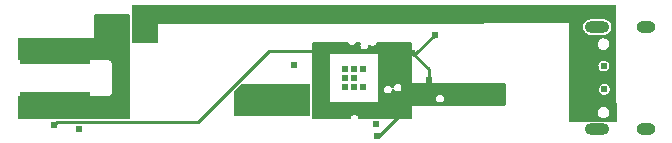
<source format=gbr>
%TF.GenerationSoftware,KiCad,Pcbnew,(6.0.7-1)-1*%
%TF.CreationDate,2022-09-06T17:11:03+08:00*%
%TF.ProjectId,ESP_PD210,4553505f-5044-4323-9130-2e6b69636164,rev?*%
%TF.SameCoordinates,Original*%
%TF.FileFunction,Copper,L3,Inr*%
%TF.FilePolarity,Positive*%
%FSLAX46Y46*%
G04 Gerber Fmt 4.6, Leading zero omitted, Abs format (unit mm)*
G04 Created by KiCad (PCBNEW (6.0.7-1)-1) date 2022-09-06 17:11:03*
%MOMM*%
%LPD*%
G01*
G04 APERTURE LIST*
G04 Aperture macros list*
%AMFreePoly0*
4,1,17,-3.000000,0.500000,-2.988336,0.607368,-2.938573,0.740112,-2.853553,0.853553,-2.740112,0.938573,-2.607368,0.988336,-2.500000,1.000000,2.500000,1.000000,2.607368,0.988336,2.740112,0.938573,2.853553,0.853553,2.938573,0.740112,2.988336,0.607368,3.000000,0.500000,3.000000,-1.000000,-3.000000,-1.000000,-3.000000,0.500000,-3.000000,0.500000,$1*%
G04 Aperture macros list end*
%TA.AperFunction,ComponentPad*%
%ADD10FreePoly0,180.000000*%
%TD*%
%TA.AperFunction,ComponentPad*%
%ADD11FreePoly0,0.000000*%
%TD*%
%TA.AperFunction,ComponentPad*%
%ADD12O,2.100000X1.000000*%
%TD*%
%TA.AperFunction,ComponentPad*%
%ADD13O,1.600000X1.000000*%
%TD*%
%TA.AperFunction,ViaPad*%
%ADD14C,0.604800*%
%TD*%
%TA.AperFunction,Conductor*%
%ADD15C,0.254000*%
%TD*%
G04 APERTURE END LIST*
D10*
%TO.N,/CART*%
%TO.C,J2*%
X136280000Y-101265000D03*
D11*
X136280000Y-96865000D03*
%TD*%
D12*
%TO.N,GND*%
%TO.C,J3*%
X182170800Y-103385000D03*
X182170800Y-94745000D03*
D13*
X186350800Y-103385000D03*
X186350800Y-94745000D03*
%TD*%
D14*
%TO.N,GND*%
X160828002Y-98303012D03*
X152489992Y-100419992D03*
X160828002Y-99065012D03*
X161590002Y-99065012D03*
X163460000Y-102970000D03*
X161590002Y-98303012D03*
X162352002Y-98303012D03*
X160828002Y-99827012D03*
X138270000Y-103380000D03*
X161590002Y-99827012D03*
X162352002Y-99827012D03*
X156510000Y-97970000D03*
%TO.N,+3V3*%
X163889995Y-96479995D03*
X163520000Y-103960000D03*
X158343732Y-99685798D03*
X158250001Y-96939989D03*
X173949995Y-100019993D03*
X165400000Y-102290000D03*
X136230004Y-102999997D03*
X167920000Y-99240000D03*
X173949995Y-100693220D03*
X166540002Y-96925511D03*
X168429991Y-95375000D03*
%TO.N,/CART*%
X138680012Y-97219999D03*
X135109991Y-97219999D03*
X137449992Y-97219999D03*
X133880000Y-101690000D03*
X141440000Y-100120000D03*
X133879996Y-96430008D03*
X137450000Y-101690000D03*
X141400000Y-99000000D03*
X140029997Y-95935013D03*
X138680012Y-96379995D03*
X135110000Y-100880000D03*
X142100000Y-100780000D03*
X133880000Y-100880000D03*
X138680000Y-100880000D03*
X141680006Y-95947000D03*
X141010000Y-101920000D03*
X141680006Y-94423000D03*
X137450000Y-100880000D03*
X137449992Y-96379995D03*
X140029997Y-94434990D03*
X141050000Y-101030000D03*
X139910007Y-96860004D03*
X140889990Y-96709992D03*
X141680006Y-95185000D03*
X133879996Y-97219999D03*
X141770000Y-101610000D03*
X135109991Y-96430008D03*
X138680000Y-101690001D03*
X135110000Y-101690000D03*
X140040000Y-101070000D03*
X139920000Y-101880000D03*
X142130000Y-99450000D03*
%TO.N,VCC*%
X143555999Y-94031994D03*
X148127999Y-94031994D03*
X155748000Y-94032000D03*
X173274000Y-93270000D03*
X170226000Y-93270000D03*
X158796000Y-94032000D03*
X180894000Y-94032000D03*
X175560000Y-93270000D03*
X161844000Y-94032000D03*
X167940000Y-94032000D03*
X144317999Y-93269994D03*
X170226000Y-94032000D03*
X170988000Y-93270000D03*
X158034000Y-93270000D03*
X167178000Y-94032000D03*
X148890000Y-93270000D03*
X154986000Y-94032000D03*
X150414000Y-94032000D03*
X165654000Y-94032000D03*
X167178000Y-93270000D03*
X182640000Y-99000000D03*
X161082000Y-94032000D03*
X168702000Y-93270000D03*
X174798000Y-93270000D03*
X143555999Y-93269994D03*
X168702000Y-94032000D03*
X169464000Y-93270000D03*
X169464000Y-94032000D03*
X145079999Y-93269994D03*
X182418000Y-93270000D03*
X152700000Y-94032000D03*
X177846000Y-93270000D03*
X152700000Y-93270000D03*
X154224000Y-93270000D03*
X149652000Y-93270000D03*
X153462000Y-94032000D03*
X166416000Y-93270000D03*
X158796000Y-93270000D03*
X174798000Y-94032000D03*
X161082000Y-93270000D03*
X160319999Y-94031994D03*
X165654000Y-93270000D03*
X176322000Y-93270000D03*
X175560000Y-94032000D03*
X159557999Y-94031994D03*
X153462000Y-93270000D03*
X176322000Y-94032000D03*
X171750000Y-94032000D03*
X183180000Y-93270000D03*
X164130000Y-93270000D03*
X179370000Y-94032000D03*
X151938000Y-93270000D03*
X156510000Y-94032000D03*
X159558000Y-93270000D03*
X177084000Y-93270000D03*
X180132000Y-93270000D03*
X170988000Y-94032000D03*
X178608000Y-94032000D03*
X145079999Y-94031994D03*
X144610000Y-94750000D03*
X167940000Y-93270000D03*
X173274000Y-94032000D03*
X179370000Y-93270000D03*
X154224000Y-94032000D03*
X161844000Y-93270000D03*
X149652000Y-94032000D03*
X148127999Y-93269994D03*
X146603999Y-93269994D03*
X148889999Y-94031994D03*
X180894000Y-93270000D03*
X164130000Y-94032000D03*
X160320000Y-93270000D03*
X154986000Y-93270000D03*
X151938000Y-94032000D03*
X181225000Y-101515000D03*
X171750000Y-93270000D03*
X162606000Y-94032000D03*
X172512000Y-93270000D03*
X166416000Y-94032000D03*
X177084000Y-94032000D03*
X158034000Y-94032000D03*
X163368000Y-94032000D03*
X144317999Y-94031994D03*
X174036000Y-93270000D03*
X177846000Y-94032000D03*
X162606000Y-93270000D03*
X151176000Y-94032000D03*
X181210000Y-96620000D03*
X180132000Y-94032000D03*
X183220000Y-101050000D03*
X146603999Y-94031994D03*
X178608000Y-93270000D03*
X157272000Y-94032000D03*
X164892000Y-94032000D03*
X181656000Y-93270000D03*
X174036000Y-94032000D03*
X147365999Y-93269994D03*
X157272000Y-93270000D03*
X151176000Y-93270000D03*
X163368000Y-93270000D03*
X145841999Y-94031994D03*
X150414000Y-93270000D03*
X172512000Y-94032000D03*
X164892000Y-93270000D03*
X147365999Y-94031994D03*
X155748000Y-93270000D03*
X145841999Y-93269994D03*
X156510000Y-93270000D03*
%TO.N,Net-(J3-PadA5)*%
X182784057Y-100009057D03*
%TO.N,Net-(J3-PadB5)*%
X182750000Y-98025000D03*
%TD*%
D15*
%TO.N,+3V3*%
X148411800Y-102798200D02*
X154430000Y-96780000D01*
X158090012Y-96780000D02*
X158250001Y-96939989D01*
X166538709Y-96926804D02*
X166540002Y-96925511D01*
X166879480Y-96925511D02*
X168429991Y-95375000D01*
X154430000Y-96780000D02*
X158090012Y-96780000D01*
X136230004Y-102999997D02*
X136431801Y-102798200D01*
X163730000Y-103960000D02*
X163520000Y-103960000D01*
X165400000Y-102290000D02*
X163730000Y-103960000D01*
X167920000Y-98305509D02*
X167920000Y-99240000D01*
X166540002Y-96925511D02*
X167920000Y-98305509D01*
X166540002Y-96925511D02*
X166879480Y-96925511D01*
X136431801Y-102798200D02*
X148411800Y-102798200D01*
%TD*%
%TA.AperFunction,Conductor*%
%TO.N,VCC*%
G36*
X183773372Y-92887893D02*
G01*
X183799092Y-92932442D01*
X183800234Y-92945345D01*
X183813677Y-99553364D01*
X183820049Y-102685266D01*
X183802554Y-102733639D01*
X183758058Y-102759450D01*
X183745020Y-102760619D01*
X182931246Y-102762472D01*
X182912374Y-102760110D01*
X182807858Y-102733275D01*
X182807855Y-102733275D01*
X182803280Y-102732100D01*
X181579725Y-102732100D01*
X181577374Y-102732397D01*
X181461832Y-102746993D01*
X181461830Y-102746994D01*
X181457140Y-102747586D01*
X181452746Y-102749326D01*
X181452741Y-102749327D01*
X181424047Y-102760687D01*
X181396537Y-102765967D01*
X180407570Y-102768220D01*
X179906034Y-102769363D01*
X179857658Y-102751880D01*
X179831836Y-102707390D01*
X179830664Y-102694249D01*
X179829891Y-102020525D01*
X182222453Y-102020525D01*
X182260071Y-102152148D01*
X182333119Y-102267921D01*
X182435724Y-102358539D01*
X182440571Y-102360815D01*
X182440573Y-102360816D01*
X182447285Y-102363967D01*
X182559639Y-102416717D01*
X182605690Y-102423887D01*
X182660706Y-102432454D01*
X182660711Y-102432454D01*
X182663573Y-102432900D01*
X182735112Y-102432900D01*
X182773781Y-102427362D01*
X182831007Y-102419167D01*
X182831011Y-102419166D01*
X182836310Y-102418407D01*
X182841184Y-102416191D01*
X182841187Y-102416190D01*
X182914452Y-102382878D01*
X182960926Y-102361748D01*
X183012743Y-102317100D01*
X183060577Y-102275884D01*
X183060580Y-102275881D01*
X183064631Y-102272390D01*
X183139088Y-102157517D01*
X183178311Y-102026364D01*
X183178380Y-102015171D01*
X183179114Y-101894829D01*
X183179147Y-101889475D01*
X183141529Y-101757852D01*
X183068481Y-101642079D01*
X182965876Y-101551461D01*
X182961029Y-101549185D01*
X182961027Y-101549184D01*
X182907983Y-101524280D01*
X182841961Y-101493283D01*
X182795910Y-101486113D01*
X182740894Y-101477546D01*
X182740889Y-101477546D01*
X182738027Y-101477100D01*
X182666488Y-101477100D01*
X182627819Y-101482638D01*
X182570593Y-101490833D01*
X182570589Y-101490834D01*
X182565290Y-101491593D01*
X182560416Y-101493809D01*
X182560413Y-101493810D01*
X182487148Y-101527122D01*
X182440674Y-101548252D01*
X182394141Y-101588347D01*
X182341023Y-101634116D01*
X182341020Y-101634119D01*
X182336969Y-101637610D01*
X182262512Y-101752483D01*
X182259367Y-101763000D01*
X182226638Y-101872439D01*
X182223289Y-101883636D01*
X182223256Y-101888991D01*
X182223256Y-101888993D01*
X182222947Y-101939706D01*
X182222453Y-102020525D01*
X179829891Y-102020525D01*
X179827578Y-100003437D01*
X182324109Y-100003437D01*
X182324803Y-100008744D01*
X182324803Y-100008747D01*
X182331604Y-100060749D01*
X182341020Y-100132755D01*
X182343176Y-100137655D01*
X182384139Y-100230751D01*
X182393545Y-100252129D01*
X182477464Y-100351963D01*
X182586030Y-100424230D01*
X182710515Y-100463122D01*
X182777617Y-100464352D01*
X182835549Y-100465414D01*
X182835551Y-100465414D01*
X182840911Y-100465512D01*
X182846082Y-100464102D01*
X182846084Y-100464102D01*
X182913843Y-100445629D01*
X182966738Y-100431208D01*
X183077879Y-100362967D01*
X183081471Y-100358999D01*
X183081473Y-100358997D01*
X183161804Y-100270248D01*
X183161805Y-100270247D01*
X183165399Y-100266276D01*
X183170266Y-100256232D01*
X183210644Y-100172891D01*
X183222264Y-100148907D01*
X183243902Y-100020295D01*
X183244039Y-100009057D01*
X183236241Y-99954606D01*
X183226310Y-99885258D01*
X183226309Y-99885254D01*
X183225550Y-99879955D01*
X183220897Y-99869720D01*
X183173789Y-99766112D01*
X183173788Y-99766111D01*
X183171570Y-99761232D01*
X183167507Y-99756516D01*
X183089938Y-99666493D01*
X183086438Y-99662431D01*
X182976997Y-99591496D01*
X182914522Y-99572812D01*
X182857181Y-99555663D01*
X182857178Y-99555663D01*
X182852047Y-99554128D01*
X182846692Y-99554095D01*
X182846690Y-99554095D01*
X182788199Y-99553738D01*
X182721630Y-99553331D01*
X182596232Y-99589170D01*
X182485934Y-99658763D01*
X182399601Y-99756516D01*
X182397325Y-99761363D01*
X182397324Y-99761365D01*
X182380152Y-99797940D01*
X182344174Y-99874571D01*
X182324109Y-100003437D01*
X179827578Y-100003437D01*
X179825302Y-98019380D01*
X182290052Y-98019380D01*
X182290746Y-98024687D01*
X182290746Y-98024690D01*
X182295644Y-98062142D01*
X182306963Y-98148698D01*
X182309119Y-98153598D01*
X182344476Y-98233953D01*
X182359488Y-98268072D01*
X182443407Y-98367906D01*
X182447866Y-98370874D01*
X182531365Y-98426455D01*
X182551973Y-98440173D01*
X182676458Y-98479065D01*
X182743560Y-98480295D01*
X182801492Y-98481357D01*
X182801494Y-98481357D01*
X182806854Y-98481455D01*
X182812025Y-98480045D01*
X182812027Y-98480045D01*
X182879786Y-98461572D01*
X182932681Y-98447151D01*
X183043822Y-98378910D01*
X183047414Y-98374942D01*
X183047416Y-98374940D01*
X183127747Y-98286191D01*
X183127748Y-98286190D01*
X183131342Y-98282219D01*
X183135098Y-98274468D01*
X183169723Y-98203001D01*
X183188207Y-98164850D01*
X183209845Y-98036238D01*
X183209982Y-98025000D01*
X183201863Y-97968308D01*
X183192253Y-97901201D01*
X183192252Y-97901197D01*
X183191493Y-97895898D01*
X183186840Y-97885663D01*
X183139732Y-97782055D01*
X183139731Y-97782054D01*
X183137513Y-97777175D01*
X183133450Y-97772459D01*
X183055881Y-97682436D01*
X183052381Y-97678374D01*
X182942940Y-97607439D01*
X182880465Y-97588755D01*
X182823124Y-97571606D01*
X182823121Y-97571606D01*
X182817990Y-97570071D01*
X182812635Y-97570038D01*
X182812633Y-97570038D01*
X182754142Y-97569681D01*
X182687573Y-97569274D01*
X182562175Y-97605113D01*
X182451877Y-97674706D01*
X182365544Y-97772459D01*
X182363268Y-97777306D01*
X182363267Y-97777308D01*
X182351261Y-97802880D01*
X182310117Y-97890514D01*
X182290052Y-98019380D01*
X179825302Y-98019380D01*
X179824784Y-97567557D01*
X179823262Y-96240525D01*
X182222453Y-96240525D01*
X182260071Y-96372148D01*
X182333119Y-96487921D01*
X182435724Y-96578539D01*
X182440571Y-96580815D01*
X182440573Y-96580816D01*
X182493617Y-96605720D01*
X182559639Y-96636717D01*
X182602881Y-96643450D01*
X182660706Y-96652454D01*
X182660711Y-96652454D01*
X182663573Y-96652900D01*
X182735112Y-96652900D01*
X182773781Y-96647362D01*
X182831007Y-96639167D01*
X182831011Y-96639166D01*
X182836310Y-96638407D01*
X182841184Y-96636191D01*
X182841187Y-96636190D01*
X182938076Y-96592137D01*
X182960926Y-96581748D01*
X183019922Y-96530914D01*
X183060577Y-96495884D01*
X183060580Y-96495881D01*
X183064631Y-96492390D01*
X183139088Y-96377517D01*
X183154170Y-96327087D01*
X183176776Y-96251498D01*
X183176776Y-96251495D01*
X183178311Y-96246364D01*
X183178380Y-96235171D01*
X183179114Y-96114829D01*
X183179147Y-96109475D01*
X183141529Y-95977852D01*
X183068481Y-95862079D01*
X182965876Y-95771461D01*
X182961029Y-95769185D01*
X182961027Y-95769184D01*
X182875245Y-95728910D01*
X182841961Y-95713283D01*
X182795910Y-95706113D01*
X182740894Y-95697546D01*
X182740889Y-95697546D01*
X182738027Y-95697100D01*
X182666488Y-95697100D01*
X182627819Y-95702638D01*
X182570593Y-95710833D01*
X182570589Y-95710834D01*
X182565290Y-95711593D01*
X182560416Y-95713809D01*
X182560413Y-95713810D01*
X182487148Y-95747122D01*
X182440674Y-95768252D01*
X182411455Y-95793429D01*
X182341023Y-95854116D01*
X182341020Y-95854119D01*
X182336969Y-95857610D01*
X182334058Y-95862101D01*
X182303533Y-95909196D01*
X182262512Y-95972483D01*
X182223289Y-96103636D01*
X182223256Y-96108991D01*
X182223256Y-96108993D01*
X182222883Y-96170111D01*
X182222453Y-96240525D01*
X179823262Y-96240525D01*
X179821500Y-94703678D01*
X180964010Y-94703678D01*
X180964307Y-94708399D01*
X180964307Y-94708400D01*
X180969210Y-94786322D01*
X180974368Y-94868314D01*
X180975829Y-94872810D01*
X181023882Y-95020706D01*
X181023884Y-95020709D01*
X181025343Y-95025201D01*
X181113734Y-95164482D01*
X181117184Y-95167722D01*
X181117185Y-95167723D01*
X181168652Y-95216054D01*
X181233985Y-95277405D01*
X181238134Y-95279686D01*
X181374393Y-95354596D01*
X181374396Y-95354597D01*
X181378541Y-95356876D01*
X181383126Y-95358053D01*
X181383128Y-95358054D01*
X181427241Y-95369380D01*
X181538320Y-95397900D01*
X182761875Y-95397900D01*
X182774572Y-95396296D01*
X182879768Y-95383007D01*
X182879770Y-95383006D01*
X182884460Y-95382414D01*
X182888856Y-95380674D01*
X182888858Y-95380673D01*
X182948962Y-95356876D01*
X183037837Y-95321688D01*
X183095648Y-95279686D01*
X183167464Y-95227508D01*
X183171293Y-95224726D01*
X183276443Y-95097622D01*
X183346680Y-94948361D01*
X183350593Y-94927851D01*
X183376703Y-94790972D01*
X183377590Y-94786322D01*
X183374628Y-94739242D01*
X183367529Y-94626404D01*
X183367529Y-94626403D01*
X183367232Y-94621686D01*
X183342734Y-94546288D01*
X183317718Y-94469294D01*
X183317716Y-94469291D01*
X183316257Y-94464799D01*
X183227866Y-94325518D01*
X183107615Y-94212595D01*
X183032124Y-94171093D01*
X182967207Y-94135404D01*
X182967204Y-94135403D01*
X182963059Y-94133124D01*
X182958474Y-94131947D01*
X182958472Y-94131946D01*
X182863594Y-94107586D01*
X182803280Y-94092100D01*
X181579725Y-94092100D01*
X181577374Y-94092397D01*
X181461832Y-94106993D01*
X181461830Y-94106994D01*
X181457140Y-94107586D01*
X181452744Y-94109326D01*
X181452742Y-94109327D01*
X181398404Y-94130841D01*
X181303763Y-94168312D01*
X181299936Y-94171092D01*
X181299935Y-94171093D01*
X181242813Y-94212595D01*
X181170307Y-94265274D01*
X181065157Y-94392378D01*
X180994920Y-94541639D01*
X180994033Y-94546287D01*
X180994033Y-94546288D01*
X180978618Y-94627100D01*
X180964010Y-94703678D01*
X179821500Y-94703678D01*
X179821176Y-94420987D01*
X165312665Y-94441520D01*
X145004335Y-94470261D01*
X145004334Y-94470261D01*
X144991076Y-94470280D01*
X144991070Y-94479382D01*
X144990049Y-96034849D01*
X144972424Y-96083175D01*
X144927859Y-96108866D01*
X144914849Y-96110000D01*
X142855200Y-96110000D01*
X142806862Y-96092407D01*
X142781142Y-96047858D01*
X142780000Y-96034800D01*
X142780000Y-92945500D01*
X142797593Y-92897162D01*
X142842142Y-92871442D01*
X142855200Y-92870300D01*
X183725034Y-92870300D01*
X183773372Y-92887893D01*
G37*
%TD.AperFunction*%
%TD*%
%TA.AperFunction,Conductor*%
%TO.N,/CART*%
G36*
X142552121Y-93670002D02*
G01*
X142598614Y-93723658D01*
X142610000Y-93776000D01*
X142610000Y-102364000D01*
X142589998Y-102432121D01*
X142536342Y-102478614D01*
X142484000Y-102490000D01*
X133226000Y-102490000D01*
X133157879Y-102469998D01*
X133111386Y-102416342D01*
X133100000Y-102364000D01*
X133100000Y-100696300D01*
X133120002Y-100628179D01*
X133173658Y-100581686D01*
X133226000Y-100570300D01*
X140726537Y-100570300D01*
X140738582Y-100570889D01*
X140749692Y-100574106D01*
X140788208Y-100570770D01*
X140799081Y-100570300D01*
X140808393Y-100570300D01*
X140815162Y-100569040D01*
X140827355Y-100567380D01*
X140841915Y-100566119D01*
X140851413Y-100565296D01*
X140851414Y-100565296D01*
X140863001Y-100564292D01*
X140873452Y-100559183D01*
X140876969Y-100558208D01*
X140880373Y-100556894D01*
X140891811Y-100554764D01*
X140901714Y-100548660D01*
X140901716Y-100548659D01*
X140922265Y-100535992D01*
X140933042Y-100530055D01*
X140965180Y-100514345D01*
X140973096Y-100505811D01*
X140976034Y-100503629D01*
X140978725Y-100501189D01*
X140988628Y-100495085D01*
X140995669Y-100485826D01*
X140995671Y-100485824D01*
X141010281Y-100466611D01*
X141018201Y-100457188D01*
X141034617Y-100439491D01*
X141042528Y-100430963D01*
X141046840Y-100420155D01*
X141048790Y-100417070D01*
X141050428Y-100413814D01*
X141057470Y-100404553D01*
X141067420Y-100370195D01*
X141071417Y-100358554D01*
X141081377Y-100333588D01*
X141084673Y-100325327D01*
X141085300Y-100318932D01*
X141085300Y-100315848D01*
X141085450Y-100312780D01*
X141085578Y-100312786D01*
X141085889Y-100306417D01*
X141089106Y-100295308D01*
X141085770Y-100256791D01*
X141085300Y-100245919D01*
X141085300Y-97918463D01*
X141085889Y-97906418D01*
X141089106Y-97895308D01*
X141085770Y-97856791D01*
X141085300Y-97845919D01*
X141085300Y-97836607D01*
X141084040Y-97829838D01*
X141082379Y-97817639D01*
X141080296Y-97793587D01*
X141080296Y-97793586D01*
X141079292Y-97781999D01*
X141074183Y-97771548D01*
X141073208Y-97768031D01*
X141071894Y-97764627D01*
X141069764Y-97753189D01*
X141050992Y-97722734D01*
X141045051Y-97711951D01*
X141029345Y-97679820D01*
X141020811Y-97671904D01*
X141018629Y-97668966D01*
X141016189Y-97666275D01*
X141010085Y-97656372D01*
X141000826Y-97649331D01*
X141000824Y-97649329D01*
X140981611Y-97634719D01*
X140972188Y-97626799D01*
X140954491Y-97610383D01*
X140954492Y-97610383D01*
X140945963Y-97602472D01*
X140935155Y-97598160D01*
X140932070Y-97596210D01*
X140928814Y-97594572D01*
X140919553Y-97587530D01*
X140908382Y-97584295D01*
X140908380Y-97584294D01*
X140885195Y-97577580D01*
X140873554Y-97573583D01*
X140862620Y-97569221D01*
X140840327Y-97560327D01*
X140833932Y-97559700D01*
X140830848Y-97559700D01*
X140827780Y-97559550D01*
X140827786Y-97559422D01*
X140821417Y-97559111D01*
X140810308Y-97555894D01*
X140777285Y-97558754D01*
X140771791Y-97559230D01*
X140760919Y-97559700D01*
X133226000Y-97559700D01*
X133157879Y-97539698D01*
X133111386Y-97486042D01*
X133100000Y-97433700D01*
X133100000Y-95816000D01*
X133120002Y-95747879D01*
X133173658Y-95701386D01*
X133226000Y-95690000D01*
X139550000Y-95690000D01*
X139550000Y-93776000D01*
X139570002Y-93707879D01*
X139623658Y-93661386D01*
X139676000Y-93650000D01*
X142484000Y-93650000D01*
X142552121Y-93670002D01*
G37*
%TD.AperFunction*%
%TD*%
%TA.AperFunction,Conductor*%
%TO.N,+3V3*%
G36*
X161022734Y-95999443D02*
G01*
X161090854Y-96019446D01*
X161131851Y-96062443D01*
X161154062Y-96100913D01*
X161165055Y-96119954D01*
X161173502Y-96127042D01*
X161228859Y-96173492D01*
X161252285Y-96193149D01*
X161262644Y-96196919D01*
X161262645Y-96196920D01*
X161312168Y-96214945D01*
X161359290Y-96232096D01*
X161473162Y-96232096D01*
X161520284Y-96214945D01*
X161569807Y-96196920D01*
X161569808Y-96196919D01*
X161580167Y-96193149D01*
X161603593Y-96173492D01*
X161658950Y-96127042D01*
X161667397Y-96119954D01*
X161700596Y-96062453D01*
X161751977Y-96013460D01*
X161809715Y-95999453D01*
X161922336Y-95999454D01*
X162031231Y-95999455D01*
X162099351Y-96019458D01*
X162145843Y-96073114D01*
X162155946Y-96143388D01*
X162150385Y-96165540D01*
X162145794Y-96173492D01*
X162143880Y-96184345D01*
X162143880Y-96184346D01*
X162127934Y-96274779D01*
X162126020Y-96285634D01*
X162145794Y-96397776D01*
X162202730Y-96496392D01*
X162289960Y-96569587D01*
X162300319Y-96573357D01*
X162300320Y-96573358D01*
X162386604Y-96604763D01*
X162396965Y-96608534D01*
X162510837Y-96608534D01*
X162521198Y-96604763D01*
X162607482Y-96573358D01*
X162607483Y-96573357D01*
X162617842Y-96569587D01*
X162705072Y-96496392D01*
X162762008Y-96397776D01*
X162771854Y-96341938D01*
X162803382Y-96278325D01*
X162864296Y-96241856D01*
X162935257Y-96244109D01*
X162976929Y-96267295D01*
X163001771Y-96288140D01*
X163012130Y-96291910D01*
X163012131Y-96291911D01*
X163024709Y-96296489D01*
X163108776Y-96327087D01*
X163222648Y-96327087D01*
X163306715Y-96296489D01*
X163319293Y-96291911D01*
X163319294Y-96291910D01*
X163329653Y-96288140D01*
X163396443Y-96232096D01*
X163408436Y-96222033D01*
X163416883Y-96214945D01*
X163434550Y-96184346D01*
X163458196Y-96143388D01*
X163473819Y-96116329D01*
X163475733Y-96105475D01*
X163475735Y-96105469D01*
X163476066Y-96103590D01*
X163477393Y-96100913D01*
X163479504Y-96095113D01*
X163480151Y-96095348D01*
X163507596Y-96039978D01*
X163568511Y-96003511D01*
X163600153Y-95999474D01*
X166353673Y-95999507D01*
X166421793Y-96019510D01*
X166468285Y-96073166D01*
X166479671Y-96125314D01*
X166481040Y-97020545D01*
X166484738Y-99439932D01*
X174294812Y-99449841D01*
X174362906Y-99469930D01*
X174409331Y-99523644D01*
X174420649Y-99575186D01*
X174428627Y-101114860D01*
X174429345Y-101253507D01*
X174409696Y-101321731D01*
X174356282Y-101368501D01*
X174303507Y-101380160D01*
X166505833Y-101390042D01*
X166487718Y-101390065D01*
X166487739Y-101403620D01*
X166489313Y-102433378D01*
X166469415Y-102501530D01*
X166415830Y-102548104D01*
X166363313Y-102559571D01*
X163692972Y-102559539D01*
X163653417Y-102550843D01*
X163652940Y-102552439D01*
X163527990Y-102515071D01*
X163519014Y-102515016D01*
X163519013Y-102515016D01*
X163465132Y-102514687D01*
X163397573Y-102514274D01*
X163272175Y-102550113D01*
X163272134Y-102549970D01*
X163227335Y-102559533D01*
X162081968Y-102559520D01*
X162013849Y-102539517D01*
X161967357Y-102485861D01*
X161959768Y-102450974D01*
X161957885Y-102451306D01*
X161957787Y-102450751D01*
X161938111Y-102339164D01*
X161909643Y-102289856D01*
X161886688Y-102250096D01*
X161886687Y-102250094D01*
X161881175Y-102240548D01*
X161793945Y-102167353D01*
X161783586Y-102163583D01*
X161783585Y-102163582D01*
X161697301Y-102132177D01*
X161697300Y-102132177D01*
X161686940Y-102128406D01*
X161573068Y-102128406D01*
X161562708Y-102132177D01*
X161562707Y-102132177D01*
X161476424Y-102163582D01*
X161476423Y-102163583D01*
X161466064Y-102167353D01*
X161378833Y-102240548D01*
X161373321Y-102250094D01*
X161373320Y-102250096D01*
X161350365Y-102289856D01*
X161321897Y-102339164D01*
X161302123Y-102451306D01*
X161298974Y-102450751D01*
X161284035Y-102501630D01*
X161230379Y-102548123D01*
X161178035Y-102559509D01*
X158173528Y-102559473D01*
X158105408Y-102539470D01*
X158058916Y-102485814D01*
X158047530Y-102433666D01*
X158045514Y-101114860D01*
X159541260Y-101114860D01*
X163641600Y-101114860D01*
X163641600Y-100790000D01*
X168532119Y-100790000D01*
X168551893Y-100902142D01*
X168608829Y-101000758D01*
X168696059Y-101073953D01*
X168706418Y-101077723D01*
X168706419Y-101077724D01*
X168792335Y-101108995D01*
X168803064Y-101112900D01*
X168916936Y-101112900D01*
X168927665Y-101108995D01*
X169013581Y-101077724D01*
X169013582Y-101077723D01*
X169023941Y-101073953D01*
X169111171Y-101000758D01*
X169168107Y-100902142D01*
X169187881Y-100790000D01*
X169168107Y-100677858D01*
X169111171Y-100579242D01*
X169023941Y-100506047D01*
X169013582Y-100502277D01*
X169013581Y-100502276D01*
X168927297Y-100470871D01*
X168927296Y-100470871D01*
X168916936Y-100467100D01*
X168803064Y-100467100D01*
X168792704Y-100470871D01*
X168792703Y-100470871D01*
X168706420Y-100502276D01*
X168706419Y-100502277D01*
X168696060Y-100506047D01*
X168608829Y-100579242D01*
X168551893Y-100677858D01*
X168532119Y-100790000D01*
X163641600Y-100790000D01*
X163641600Y-100032064D01*
X164124424Y-100032064D01*
X164144198Y-100144206D01*
X164201134Y-100242822D01*
X164288364Y-100316017D01*
X164298723Y-100319787D01*
X164298724Y-100319788D01*
X164385008Y-100351193D01*
X164395369Y-100354964D01*
X164509241Y-100354964D01*
X164519602Y-100351193D01*
X164605886Y-100319788D01*
X164605887Y-100319787D01*
X164616246Y-100316017D01*
X164703476Y-100242822D01*
X164760412Y-100144206D01*
X164774371Y-100065040D01*
X164805899Y-100001429D01*
X164866812Y-99964959D01*
X164937773Y-99967212D01*
X164996252Y-100007471D01*
X165007574Y-100023918D01*
X165028839Y-100060749D01*
X165116069Y-100133944D01*
X165126428Y-100137714D01*
X165126429Y-100137715D01*
X165144263Y-100144206D01*
X165223074Y-100172891D01*
X165336946Y-100172891D01*
X165415757Y-100144206D01*
X165433591Y-100137715D01*
X165433592Y-100137714D01*
X165443951Y-100133944D01*
X165531181Y-100060749D01*
X165541476Y-100042919D01*
X165582604Y-99971681D01*
X165588117Y-99962133D01*
X165607891Y-99849991D01*
X165588117Y-99737849D01*
X165531181Y-99639233D01*
X165443951Y-99566038D01*
X165433592Y-99562268D01*
X165433591Y-99562267D01*
X165347307Y-99530862D01*
X165347306Y-99530862D01*
X165336946Y-99527091D01*
X165223074Y-99527091D01*
X165212714Y-99530862D01*
X165212713Y-99530862D01*
X165126430Y-99562267D01*
X165126429Y-99562268D01*
X165116070Y-99566038D01*
X165028839Y-99639233D01*
X164971903Y-99737849D01*
X164969989Y-99748705D01*
X164957944Y-99817014D01*
X164926416Y-99880626D01*
X164865503Y-99917096D01*
X164794542Y-99914843D01*
X164736063Y-99874584D01*
X164724739Y-99858135D01*
X164713770Y-99839136D01*
X164703476Y-99821306D01*
X164616246Y-99748111D01*
X164605887Y-99744341D01*
X164605886Y-99744340D01*
X164519602Y-99712935D01*
X164519601Y-99712935D01*
X164509241Y-99709164D01*
X164395369Y-99709164D01*
X164385009Y-99712935D01*
X164385008Y-99712935D01*
X164298725Y-99744340D01*
X164298724Y-99744341D01*
X164288365Y-99748111D01*
X164201134Y-99821306D01*
X164195622Y-99830852D01*
X164195621Y-99830854D01*
X164172666Y-99870614D01*
X164144198Y-99919922D01*
X164124424Y-100032064D01*
X163641600Y-100032064D01*
X163641600Y-97014680D01*
X159541260Y-97014680D01*
X159541260Y-101114860D01*
X158045514Y-101114860D01*
X158037888Y-96125602D01*
X158057786Y-96057450D01*
X158111371Y-96010876D01*
X158163887Y-95999409D01*
X161022734Y-95999443D01*
G37*
%TD.AperFunction*%
%TD*%
%TA.AperFunction,Conductor*%
%TO.N,GND*%
G36*
X155660668Y-99561054D02*
G01*
X157759483Y-99561891D01*
X157827595Y-99581920D01*
X157874066Y-99635594D01*
X157885432Y-99687698D01*
X157887372Y-100956960D01*
X157887614Y-101115101D01*
X157889179Y-102138807D01*
X157869281Y-102206959D01*
X157815696Y-102253533D01*
X157763179Y-102265000D01*
X151546039Y-102265000D01*
X151477918Y-102244998D01*
X151431425Y-102191342D01*
X151420039Y-102138991D01*
X151420170Y-100237850D01*
X151440177Y-100169731D01*
X151457075Y-100148764D01*
X152009300Y-99596539D01*
X152071612Y-99562513D01*
X152098445Y-99559634D01*
X155660668Y-99561054D01*
G37*
%TD.AperFunction*%
%TD*%
M02*

</source>
